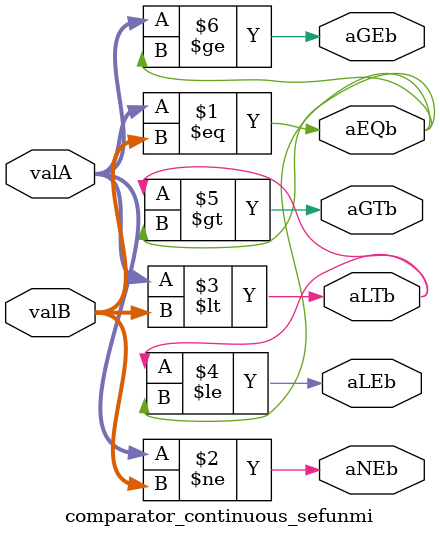
<source format=v>



module comparator_continuous_sefunmi(valA, valB, aGTb, aGEb, aLTb, aLEb, aEQb, aNEb);
   input  [2:0] valA, valB;
   output       aGTb, aGEb, aLTb, aLEb, aEQb, aNEb;

   // Your module MUST use continuous assignment and dataflow operators.
   // Your module MUST NOT use procedural assignment.
   // Declare additional wires as needed.
   
   // A == B 
   assign aEQb = (valA == valB);
   // A != B 
   assign aNEb = (valA != valB);
   // A < B 
   assign aLTb = (valA < valB);
   // A <= B 
   assign aLEb = (aLTb <= aEQb); 
   // A > B 
   assign aGTb = (aLTb > aEQb);
   // A >= B
   assign aGEb =  (valA >= aEQb);

endmodule

</source>
